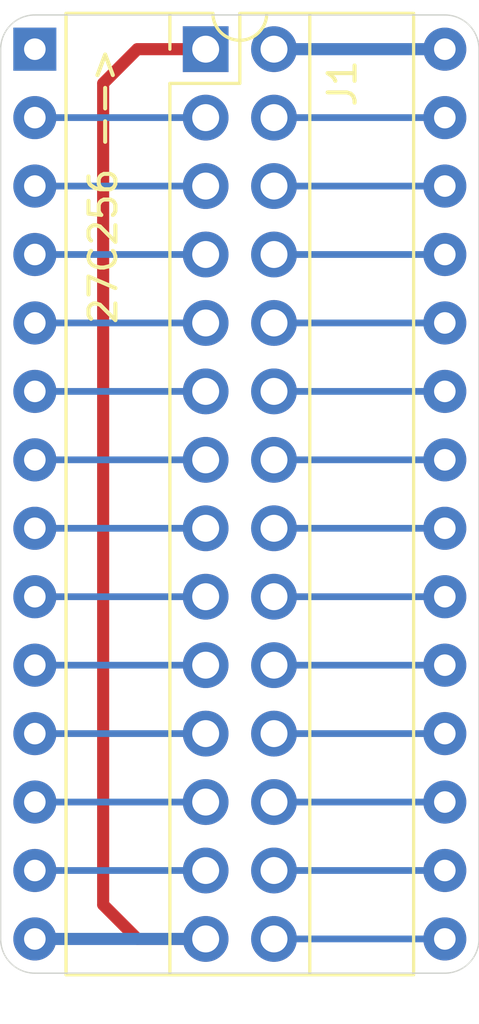
<source format=kicad_pcb>
(kicad_pcb (version 20171130) (host pcbnew 5.1.8-1.fc33)

  (general
    (thickness 1.6)
    (drawings 8)
    (tracks 34)
    (zones 0)
    (modules 2)
    (nets 28)
  )

  (page A4)
  (layers
    (0 F.Cu signal)
    (31 B.Cu signal)
    (32 B.Adhes user)
    (33 F.Adhes user)
    (34 B.Paste user)
    (35 F.Paste user)
    (36 B.SilkS user)
    (37 F.SilkS user)
    (38 B.Mask user)
    (39 F.Mask user)
    (40 Dwgs.User user)
    (41 Cmts.User user)
    (42 Eco1.User user)
    (43 Eco2.User user)
    (44 Edge.Cuts user)
    (45 Margin user)
    (46 B.CrtYd user)
    (47 F.CrtYd user)
    (48 B.Fab user)
    (49 F.Fab user)
  )

  (setup
    (last_trace_width 0.25)
    (trace_clearance 0.2)
    (zone_clearance 0.508)
    (zone_45_only no)
    (trace_min 0.2)
    (via_size 0.8)
    (via_drill 0.4)
    (via_min_size 0.4)
    (via_min_drill 0.3)
    (uvia_size 0.3)
    (uvia_drill 0.1)
    (uvias_allowed no)
    (uvia_min_size 0.2)
    (uvia_min_drill 0.1)
    (edge_width 0.05)
    (segment_width 0.2)
    (pcb_text_width 0.3)
    (pcb_text_size 1.5 1.5)
    (mod_edge_width 0.12)
    (mod_text_size 1 1)
    (mod_text_width 0.15)
    (pad_size 1.524 1.524)
    (pad_drill 0.762)
    (pad_to_mask_clearance 0)
    (aux_axis_origin 0 0)
    (visible_elements FFFFFF7F)
    (pcbplotparams
      (layerselection 0x010fc_ffffffff)
      (usegerberextensions false)
      (usegerberattributes true)
      (usegerberadvancedattributes true)
      (creategerberjobfile true)
      (excludeedgelayer true)
      (linewidth 0.100000)
      (plotframeref false)
      (viasonmask false)
      (mode 1)
      (useauxorigin false)
      (hpglpennumber 1)
      (hpglpenspeed 20)
      (hpglpendiameter 15.000000)
      (psnegative false)
      (psa4output false)
      (plotreference true)
      (plotvalue true)
      (plotinvisibletext false)
      (padsonsilk false)
      (subtractmaskfromsilk false)
      (outputformat 1)
      (mirror false)
      (drillshape 1)
      (scaleselection 1)
      (outputdirectory ""))
  )

  (net 0 "")
  (net 1 /D3)
  (net 2 GND)
  (net 3 /D4)
  (net 4 /D2)
  (net 5 /D5)
  (net 6 /D1)
  (net 7 /D6)
  (net 8 /D0)
  (net 9 /D7)
  (net 10 /A0)
  (net 11 /~CE)
  (net 12 /A1)
  (net 13 /A10)
  (net 14 /A2)
  (net 15 /~OE)
  (net 16 /A3)
  (net 17 /A11)
  (net 18 /A4)
  (net 19 /A9)
  (net 20 /A5)
  (net 21 /A8)
  (net 22 /A6)
  (net 23 /A13)
  (net 24 /A7)
  (net 25 /A14)
  (net 26 /A12)
  (net 27 /VCC_EXT)

  (net_class Default "This is the default net class."
    (clearance 0.2)
    (trace_width 0.25)
    (via_dia 0.8)
    (via_drill 0.4)
    (uvia_dia 0.3)
    (uvia_drill 0.1)
    (add_net /A0)
    (add_net /A1)
    (add_net /A10)
    (add_net /A11)
    (add_net /A12)
    (add_net /A13)
    (add_net /A14)
    (add_net /A2)
    (add_net /A3)
    (add_net /A4)
    (add_net /A5)
    (add_net /A6)
    (add_net /A7)
    (add_net /A8)
    (add_net /A9)
    (add_net /D0)
    (add_net /D1)
    (add_net /D2)
    (add_net /D3)
    (add_net /D4)
    (add_net /D5)
    (add_net /D6)
    (add_net /D7)
    (add_net /~CE)
    (add_net /~OE)
    (add_net "Net-(U1-Pad1)")
  )

  (net_class POWER ""
    (clearance 0.2)
    (trace_width 0.45)
    (via_dia 0.8)
    (via_drill 0.4)
    (uvia_dia 0.3)
    (uvia_drill 0.1)
    (add_net /VCC_EXT)
    (add_net GND)
  )

  (module Package_DIP:DIP-28_W15.24mm (layer F.Cu) (tedit 5A02E8C5) (tstamp 5FB91345)
    (at 119.38 73.66)
    (descr "28-lead though-hole mounted DIP package, row spacing 15.24 mm (600 mils)")
    (tags "THT DIP DIL PDIP 2.54mm 15.24mm 600mil")
    (path /5FB925E4)
    (fp_text reference "27C256 -->" (at 2.54 5.08 90) (layer F.SilkS)
      (effects (font (size 1 1) (thickness 0.15)))
    )
    (fp_text value 27C256 (at 7.62 35.35) (layer F.Fab)
      (effects (font (size 1 1) (thickness 0.15)))
    )
    (fp_text user %R (at 7.62 16.51) (layer F.Fab)
      (effects (font (size 1 1) (thickness 0.15)))
    )
    (fp_arc (start 7.62 -1.33) (end 6.62 -1.33) (angle -180) (layer F.SilkS) (width 0.12))
    (fp_line (start 1.255 -1.27) (end 14.985 -1.27) (layer F.Fab) (width 0.1))
    (fp_line (start 14.985 -1.27) (end 14.985 34.29) (layer F.Fab) (width 0.1))
    (fp_line (start 14.985 34.29) (end 0.255 34.29) (layer F.Fab) (width 0.1))
    (fp_line (start 0.255 34.29) (end 0.255 -0.27) (layer F.Fab) (width 0.1))
    (fp_line (start 0.255 -0.27) (end 1.255 -1.27) (layer F.Fab) (width 0.1))
    (fp_line (start 6.62 -1.33) (end 1.16 -1.33) (layer F.SilkS) (width 0.12))
    (fp_line (start 1.16 -1.33) (end 1.16 34.35) (layer F.SilkS) (width 0.12))
    (fp_line (start 1.16 34.35) (end 14.08 34.35) (layer F.SilkS) (width 0.12))
    (fp_line (start 14.08 34.35) (end 14.08 -1.33) (layer F.SilkS) (width 0.12))
    (fp_line (start 14.08 -1.33) (end 8.62 -1.33) (layer F.SilkS) (width 0.12))
    (fp_line (start -1.05 -1.55) (end -1.05 34.55) (layer F.CrtYd) (width 0.05))
    (fp_line (start -1.05 34.55) (end 16.3 34.55) (layer F.CrtYd) (width 0.05))
    (fp_line (start 16.3 34.55) (end 16.3 -1.55) (layer F.CrtYd) (width 0.05))
    (fp_line (start 16.3 -1.55) (end -1.05 -1.55) (layer F.CrtYd) (width 0.05))
    (pad 28 thru_hole oval (at 15.24 0) (size 1.6 1.6) (drill 0.8) (layers *.Cu *.Mask)
      (net 27 /VCC_EXT))
    (pad 14 thru_hole oval (at 0 33.02) (size 1.6 1.6) (drill 0.8) (layers *.Cu *.Mask)
      (net 2 GND))
    (pad 27 thru_hole oval (at 15.24 2.54) (size 1.6 1.6) (drill 0.8) (layers *.Cu *.Mask)
      (net 25 /A14))
    (pad 13 thru_hole oval (at 0 30.48) (size 1.6 1.6) (drill 0.8) (layers *.Cu *.Mask)
      (net 4 /D2))
    (pad 26 thru_hole oval (at 15.24 5.08) (size 1.6 1.6) (drill 0.8) (layers *.Cu *.Mask)
      (net 23 /A13))
    (pad 12 thru_hole oval (at 0 27.94) (size 1.6 1.6) (drill 0.8) (layers *.Cu *.Mask)
      (net 6 /D1))
    (pad 25 thru_hole oval (at 15.24 7.62) (size 1.6 1.6) (drill 0.8) (layers *.Cu *.Mask)
      (net 21 /A8))
    (pad 11 thru_hole oval (at 0 25.4) (size 1.6 1.6) (drill 0.8) (layers *.Cu *.Mask)
      (net 8 /D0))
    (pad 24 thru_hole oval (at 15.24 10.16) (size 1.6 1.6) (drill 0.8) (layers *.Cu *.Mask)
      (net 19 /A9))
    (pad 10 thru_hole oval (at 0 22.86) (size 1.6 1.6) (drill 0.8) (layers *.Cu *.Mask)
      (net 10 /A0))
    (pad 23 thru_hole oval (at 15.24 12.7) (size 1.6 1.6) (drill 0.8) (layers *.Cu *.Mask)
      (net 17 /A11))
    (pad 9 thru_hole oval (at 0 20.32) (size 1.6 1.6) (drill 0.8) (layers *.Cu *.Mask)
      (net 12 /A1))
    (pad 22 thru_hole oval (at 15.24 15.24) (size 1.6 1.6) (drill 0.8) (layers *.Cu *.Mask)
      (net 15 /~OE))
    (pad 8 thru_hole oval (at 0 17.78) (size 1.6 1.6) (drill 0.8) (layers *.Cu *.Mask)
      (net 14 /A2))
    (pad 21 thru_hole oval (at 15.24 17.78) (size 1.6 1.6) (drill 0.8) (layers *.Cu *.Mask)
      (net 13 /A10))
    (pad 7 thru_hole oval (at 0 15.24) (size 1.6 1.6) (drill 0.8) (layers *.Cu *.Mask)
      (net 16 /A3))
    (pad 20 thru_hole oval (at 15.24 20.32) (size 1.6 1.6) (drill 0.8) (layers *.Cu *.Mask)
      (net 11 /~CE))
    (pad 6 thru_hole oval (at 0 12.7) (size 1.6 1.6) (drill 0.8) (layers *.Cu *.Mask)
      (net 18 /A4))
    (pad 19 thru_hole oval (at 15.24 22.86) (size 1.6 1.6) (drill 0.8) (layers *.Cu *.Mask)
      (net 9 /D7))
    (pad 5 thru_hole oval (at 0 10.16) (size 1.6 1.6) (drill 0.8) (layers *.Cu *.Mask)
      (net 20 /A5))
    (pad 18 thru_hole oval (at 15.24 25.4) (size 1.6 1.6) (drill 0.8) (layers *.Cu *.Mask)
      (net 7 /D6))
    (pad 4 thru_hole oval (at 0 7.62) (size 1.6 1.6) (drill 0.8) (layers *.Cu *.Mask)
      (net 22 /A6))
    (pad 17 thru_hole oval (at 15.24 27.94) (size 1.6 1.6) (drill 0.8) (layers *.Cu *.Mask)
      (net 5 /D5))
    (pad 3 thru_hole oval (at 0 5.08) (size 1.6 1.6) (drill 0.8) (layers *.Cu *.Mask)
      (net 24 /A7))
    (pad 16 thru_hole oval (at 15.24 30.48) (size 1.6 1.6) (drill 0.8) (layers *.Cu *.Mask)
      (net 3 /D4))
    (pad 2 thru_hole oval (at 0 2.54) (size 1.6 1.6) (drill 0.8) (layers *.Cu *.Mask)
      (net 26 /A12))
    (pad 15 thru_hole oval (at 15.24 33.02) (size 1.6 1.6) (drill 0.8) (layers *.Cu *.Mask)
      (net 1 /D3))
    (pad 1 thru_hole rect (at 0 0) (size 1.6 1.6) (drill 0.8) (layers *.Cu *.Mask))
    (model ${KISYS3DMOD}/Package_DIP.3dshapes/DIP-28_W15.24mm.wrl
      (at (xyz 0 0 0))
      (scale (xyz 1 1 1))
      (rotate (xyz 0 0 0))
    )
  )

  (module Connector_PinHeader_2.54mm:PinHeader_2x14_P2.54mm_Vertical (layer F.Cu) (tedit 59FED5CC) (tstamp 5FB63764)
    (at 125.73 73.66)
    (descr "Through hole straight pin header, 2x14, 2.54mm pitch, double rows")
    (tags "Through hole pin header THT 2x14 2.54mm double row")
    (path /5FB64E05)
    (fp_text reference J1 (at 5.08 1.27 -90) (layer F.SilkS)
      (effects (font (size 1 1) (thickness 0.15)))
    )
    (fp_text value Adapter (at 1.27 35.35) (layer F.Fab)
      (effects (font (size 1 1) (thickness 0.15)))
    )
    (fp_line (start 4.35 -1.8) (end -1.8 -1.8) (layer F.CrtYd) (width 0.05))
    (fp_line (start 4.35 34.8) (end 4.35 -1.8) (layer F.CrtYd) (width 0.05))
    (fp_line (start -1.8 34.8) (end 4.35 34.8) (layer F.CrtYd) (width 0.05))
    (fp_line (start -1.8 -1.8) (end -1.8 34.8) (layer F.CrtYd) (width 0.05))
    (fp_line (start -1.33 -1.33) (end 0 -1.33) (layer F.SilkS) (width 0.12))
    (fp_line (start -1.33 0) (end -1.33 -1.33) (layer F.SilkS) (width 0.12))
    (fp_line (start 1.27 -1.33) (end 3.87 -1.33) (layer F.SilkS) (width 0.12))
    (fp_line (start 1.27 1.27) (end 1.27 -1.33) (layer F.SilkS) (width 0.12))
    (fp_line (start -1.33 1.27) (end 1.27 1.27) (layer F.SilkS) (width 0.12))
    (fp_line (start 3.87 -1.33) (end 3.87 34.35) (layer F.SilkS) (width 0.12))
    (fp_line (start -1.33 1.27) (end -1.33 34.35) (layer F.SilkS) (width 0.12))
    (fp_line (start -1.33 34.35) (end 3.87 34.35) (layer F.SilkS) (width 0.12))
    (fp_line (start -1.27 0) (end 0 -1.27) (layer F.Fab) (width 0.1))
    (fp_line (start -1.27 34.29) (end -1.27 0) (layer F.Fab) (width 0.1))
    (fp_line (start 3.81 34.29) (end -1.27 34.29) (layer F.Fab) (width 0.1))
    (fp_line (start 3.81 -1.27) (end 3.81 34.29) (layer F.Fab) (width 0.1))
    (fp_line (start 0 -1.27) (end 3.81 -1.27) (layer F.Fab) (width 0.1))
    (fp_text user %R (at 1.27 16.51 90) (layer F.Fab)
      (effects (font (size 1 1) (thickness 0.15)))
    )
    (pad 28 thru_hole oval (at 2.54 33.02) (size 1.7 1.7) (drill 1) (layers *.Cu *.Mask)
      (net 1 /D3))
    (pad 27 thru_hole oval (at 0 33.02) (size 1.7 1.7) (drill 1) (layers *.Cu *.Mask)
      (net 2 GND))
    (pad 26 thru_hole oval (at 2.54 30.48) (size 1.7 1.7) (drill 1) (layers *.Cu *.Mask)
      (net 3 /D4))
    (pad 25 thru_hole oval (at 0 30.48) (size 1.7 1.7) (drill 1) (layers *.Cu *.Mask)
      (net 4 /D2))
    (pad 24 thru_hole oval (at 2.54 27.94) (size 1.7 1.7) (drill 1) (layers *.Cu *.Mask)
      (net 5 /D5))
    (pad 23 thru_hole oval (at 0 27.94) (size 1.7 1.7) (drill 1) (layers *.Cu *.Mask)
      (net 6 /D1))
    (pad 22 thru_hole oval (at 2.54 25.4) (size 1.7 1.7) (drill 1) (layers *.Cu *.Mask)
      (net 7 /D6))
    (pad 21 thru_hole oval (at 0 25.4) (size 1.7 1.7) (drill 1) (layers *.Cu *.Mask)
      (net 8 /D0))
    (pad 20 thru_hole oval (at 2.54 22.86) (size 1.7 1.7) (drill 1) (layers *.Cu *.Mask)
      (net 9 /D7))
    (pad 19 thru_hole oval (at 0 22.86) (size 1.7 1.7) (drill 1) (layers *.Cu *.Mask)
      (net 10 /A0))
    (pad 18 thru_hole oval (at 2.54 20.32) (size 1.7 1.7) (drill 1) (layers *.Cu *.Mask)
      (net 11 /~CE))
    (pad 17 thru_hole oval (at 0 20.32) (size 1.7 1.7) (drill 1) (layers *.Cu *.Mask)
      (net 12 /A1))
    (pad 16 thru_hole oval (at 2.54 17.78) (size 1.7 1.7) (drill 1) (layers *.Cu *.Mask)
      (net 13 /A10))
    (pad 15 thru_hole oval (at 0 17.78) (size 1.7 1.7) (drill 1) (layers *.Cu *.Mask)
      (net 14 /A2))
    (pad 14 thru_hole oval (at 2.54 15.24) (size 1.7 1.7) (drill 1) (layers *.Cu *.Mask)
      (net 15 /~OE))
    (pad 13 thru_hole oval (at 0 15.24) (size 1.7 1.7) (drill 1) (layers *.Cu *.Mask)
      (net 16 /A3))
    (pad 12 thru_hole oval (at 2.54 12.7) (size 1.7 1.7) (drill 1) (layers *.Cu *.Mask)
      (net 17 /A11))
    (pad 11 thru_hole oval (at 0 12.7) (size 1.7 1.7) (drill 1) (layers *.Cu *.Mask)
      (net 18 /A4))
    (pad 10 thru_hole oval (at 2.54 10.16) (size 1.7 1.7) (drill 1) (layers *.Cu *.Mask)
      (net 19 /A9))
    (pad 9 thru_hole oval (at 0 10.16) (size 1.7 1.7) (drill 1) (layers *.Cu *.Mask)
      (net 20 /A5))
    (pad 8 thru_hole oval (at 2.54 7.62) (size 1.7 1.7) (drill 1) (layers *.Cu *.Mask)
      (net 21 /A8))
    (pad 7 thru_hole oval (at 0 7.62) (size 1.7 1.7) (drill 1) (layers *.Cu *.Mask)
      (net 22 /A6))
    (pad 6 thru_hole oval (at 2.54 5.08) (size 1.7 1.7) (drill 1) (layers *.Cu *.Mask)
      (net 23 /A13))
    (pad 5 thru_hole oval (at 0 5.08) (size 1.7 1.7) (drill 1) (layers *.Cu *.Mask)
      (net 24 /A7))
    (pad 4 thru_hole oval (at 2.54 2.54) (size 1.7 1.7) (drill 1) (layers *.Cu *.Mask)
      (net 25 /A14))
    (pad 3 thru_hole oval (at 0 2.54) (size 1.7 1.7) (drill 1) (layers *.Cu *.Mask)
      (net 26 /A12))
    (pad 2 thru_hole oval (at 2.54 0) (size 1.7 1.7) (drill 1) (layers *.Cu *.Mask)
      (net 27 /VCC_EXT))
    (pad 1 thru_hole rect (at 0 0) (size 1.7 1.7) (drill 1) (layers *.Cu *.Mask)
      (net 2 GND))
    (model ${KISYS3DMOD}/Connector_PinHeader_2.54mm.3dshapes/PinHeader_2x14_P2.54mm_Vertical.wrl
      (at (xyz 0 0 0))
      (scale (xyz 1 1 1))
      (rotate (xyz 0 0 0))
    )
  )

  (gr_line (start 119.38 107.95) (end 134.62 107.95) (layer Edge.Cuts) (width 0.05) (tstamp 5FB63A42))
  (gr_line (start 118.11 73.66) (end 118.11 106.68) (layer Edge.Cuts) (width 0.05) (tstamp 5FB63A41))
  (gr_line (start 134.62 72.39) (end 119.38 72.39) (layer Edge.Cuts) (width 0.05) (tstamp 5FB63A40))
  (gr_line (start 135.89 106.68) (end 135.89 73.66) (layer Edge.Cuts) (width 0.05) (tstamp 5FB63A3F))
  (gr_arc (start 134.62 106.68) (end 134.62 107.95) (angle -90) (layer Edge.Cuts) (width 0.05))
  (gr_arc (start 119.38 106.68) (end 118.11 106.68) (angle -90) (layer Edge.Cuts) (width 0.05))
  (gr_arc (start 134.62 73.66) (end 135.89 73.66) (angle -90) (layer Edge.Cuts) (width 0.05))
  (gr_arc (start 119.38 73.66) (end 119.38 72.39) (angle -90) (layer Edge.Cuts) (width 0.05))

  (segment (start 128.27 106.68) (end 134.72 106.68) (width 0.25) (layer B.Cu) (net 1))
  (segment (start 125.73 106.68) (end 119.48 106.68) (width 0.45) (layer B.Cu) (net 2))
  (segment (start 125.73 106.68) (end 123.19 106.68) (width 0.45) (layer F.Cu) (net 2))
  (segment (start 123.19 106.68) (end 121.92 105.41) (width 0.45) (layer F.Cu) (net 2))
  (segment (start 121.92 105.41) (end 121.92 74.93) (width 0.45) (layer F.Cu) (net 2))
  (segment (start 121.92 74.93) (end 123.19 73.66) (width 0.45) (layer F.Cu) (net 2))
  (segment (start 123.19 73.66) (end 125.73 73.66) (width 0.45) (layer F.Cu) (net 2))
  (segment (start 134.72 104.14) (end 128.27 104.14) (width 0.25) (layer B.Cu) (net 3))
  (segment (start 120.354998 104.14) (end 119.48 104.14) (width 0.25) (layer B.Cu) (net 4))
  (segment (start 125.73 104.14) (end 120.354998 104.14) (width 0.25) (layer B.Cu) (net 4))
  (segment (start 128.27 101.6) (end 134.72 101.6) (width 0.25) (layer B.Cu) (net 5))
  (segment (start 125.73 101.6) (end 119.48 101.6) (width 0.25) (layer B.Cu) (net 6))
  (segment (start 134.72 99.06) (end 128.27 99.06) (width 0.25) (layer B.Cu) (net 7))
  (segment (start 120.354998 99.06) (end 119.48 99.06) (width 0.25) (layer B.Cu) (net 8))
  (segment (start 125.73 99.06) (end 120.354998 99.06) (width 0.25) (layer B.Cu) (net 8))
  (segment (start 128.27 96.52) (end 134.72 96.52) (width 0.25) (layer B.Cu) (net 9))
  (segment (start 125.73 96.52) (end 119.48 96.52) (width 0.25) (layer B.Cu) (net 10))
  (segment (start 134.72 93.98) (end 128.27 93.98) (width 0.25) (layer B.Cu) (net 11))
  (segment (start 125.73 93.98) (end 119.48 93.98) (width 0.25) (layer B.Cu) (net 12))
  (segment (start 128.27 91.44) (end 134.72 91.44) (width 0.25) (layer B.Cu) (net 13))
  (segment (start 134.72 88.9) (end 128.27 88.9) (width 0.25) (layer B.Cu) (net 15))
  (segment (start 125.73 88.9) (end 119.48 88.9) (width 0.25) (layer B.Cu) (net 16))
  (segment (start 128.27 86.36) (end 134.72 86.36) (width 0.25) (layer B.Cu) (net 17))
  (segment (start 125.73 86.36) (end 119.48 86.36) (width 0.25) (layer B.Cu) (net 18))
  (segment (start 134.72 83.82) (end 128.27 83.82) (width 0.25) (layer B.Cu) (net 19))
  (segment (start 125.73 83.82) (end 119.48 83.82) (width 0.25) (layer B.Cu) (net 20))
  (segment (start 128.27 81.28) (end 134.72 81.28) (width 0.25) (layer B.Cu) (net 21))
  (segment (start 125.73 81.28) (end 119.48 81.28) (width 0.25) (layer B.Cu) (net 22))
  (segment (start 134.72 78.74) (end 128.27 78.74) (width 0.25) (layer B.Cu) (net 23))
  (segment (start 125.73 78.74) (end 119.48 78.74) (width 0.25) (layer B.Cu) (net 24))
  (segment (start 128.27 76.2) (end 134.72 76.2) (width 0.25) (layer B.Cu) (net 25))
  (segment (start 125.73 76.2) (end 119.48 76.2) (width 0.25) (layer B.Cu) (net 26))
  (segment (start 134.72 73.66) (end 128.27 73.66) (width 0.45) (layer B.Cu) (net 27))
  (segment (start 125.73 91.44) (end 119.48 91.44) (width 0.25) (layer B.Cu) (net 14))

)

</source>
